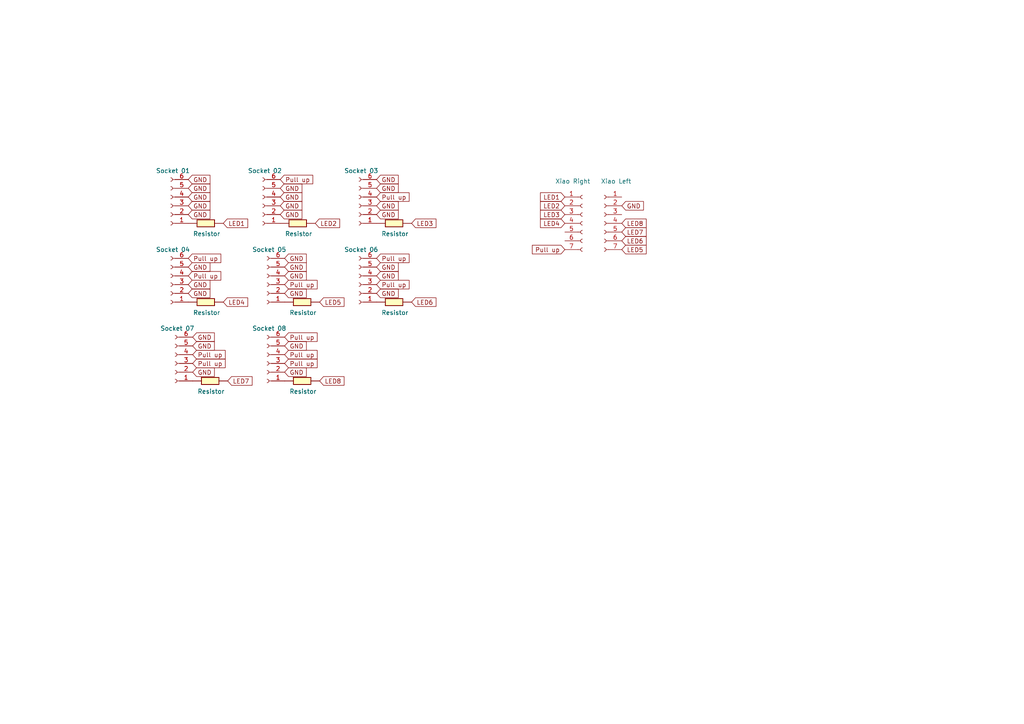
<source format=kicad_sch>
(kicad_sch (version 20250114) (generator "eeschema") (generator_version "9.0")
  (paper "A4")
  (lib_symbols
    (symbol "Connector:Conn_01x06_Socket" (pin_names (offset 1.016) (hide yes))
      (property "Reference" "J" (at 0 7.62 0))
      (property "Value" "Conn_01x06_Socket" (at 0 -10.16 0))
      (symbol "Conn_01x06_Socket_1_1"
        (polyline (pts (xy -1.27 5.08) (xy -0.508 5.08)) (stroke (width 0.1524)))
        (polyline (pts (xy -1.27 2.54) (xy -0.508 2.54)) (stroke (width 0.1524)))
        (polyline (pts (xy -1.27 0) (xy -0.508 0)) (stroke (width 0.1524)))
        (polyline (pts (xy -1.27 -2.54) (xy -0.508 -2.54)) (stroke (width 0.1524)))
        (polyline (pts (xy -1.27 -5.08) (xy -0.508 -5.08)) (stroke (width 0.1524)))
        (polyline (pts (xy -1.27 -7.62) (xy -0.508 -7.62)) (stroke (width 0.1524)))
        (arc (start 0 4.572) (mid -0.5058 5.08) (end 0 5.588) (stroke (width 0.1524)))
        (arc (start 0 2.032) (mid -0.5058 2.54) (end 0 3.048) (stroke (width 0.1524)))
        (arc (start 0 -0.508) (mid -0.5058 0) (end 0 0.508) (stroke (width 0.1524)))
        (arc (start 0 -3.048) (mid -0.5058 -2.54) (end 0 -2.032) (stroke (width 0.1524)))
        (arc (start 0 -5.588) (mid -0.5058 -5.08) (end 0 -4.572) (stroke (width 0.1524)))
        (arc (start 0 -8.128) (mid -0.5058 -7.62) (end 0 -7.112) (stroke (width 0.1524)))
        (pin passive line (at -5.08 5.08 0) (length 3.81) (name "Pin_1") (number "1"))
        (pin passive line (at -5.08 2.54 0) (length 3.81) (name "Pin_2") (number "2"))
        (pin passive line (at -5.08 0 0) (length 3.81) (name "Pin_3") (number "3"))
        (pin passive line (at -5.08 -2.54 0) (length 3.81) (name "Pin_4") (number "4"))
        (pin passive line (at -5.08 -5.08 0) (length 3.81) (name "Pin_5") (number "5"))
        (pin passive line (at -5.08 -7.62 0) (length 3.81) (name "Pin_6") (number "6"))
      )
    )
    (symbol "Connector:Conn_01x07_Socket" (pin_names (offset 1.016) (hide yes))
      (property "Reference" "J" (at 0 10.16 0))
      (property "Value" "Conn_01x07_Socket" (at 0 -10.16 0))
      (symbol "Conn_01x07_Socket_1_1"
        (polyline (pts (xy -1.27 7.62) (xy -0.508 7.62)) (stroke (width 0.1524)))
        (polyline (pts (xy -1.27 5.08) (xy -0.508 5.08)) (stroke (width 0.1524)))
        (polyline (pts (xy -1.27 2.54) (xy -0.508 2.54)) (stroke (width 0.1524)))
        (polyline (pts (xy -1.27 0) (xy -0.508 0)) (stroke (width 0.1524)))
        (polyline (pts (xy -1.27 -2.54) (xy -0.508 -2.54)) (stroke (width 0.1524)))
        (polyline (pts (xy -1.27 -5.08) (xy -0.508 -5.08)) (stroke (width 0.1524)))
        (polyline (pts (xy -1.27 -7.62) (xy -0.508 -7.62)) (stroke (width 0.1524)))
        (arc (start 0 7.112) (mid -0.5058 7.62) (end 0 8.128) (stroke (width 0.1524)))
        (arc (start 0 4.572) (mid -0.5058 5.08) (end 0 5.588) (stroke (width 0.1524)))
        (arc (start 0 2.032) (mid -0.5058 2.54) (end 0 3.048) (stroke (width 0.1524)))
        (arc (start 0 -0.508) (mid -0.5058 0) (end 0 0.508) (stroke (width 0.1524)))
        (arc (start 0 -3.048) (mid -0.5058 -2.54) (end 0 -2.032) (stroke (width 0.1524)))
        (arc (start 0 -5.588) (mid -0.5058 -5.08) (end 0 -4.572) (stroke (width 0.1524)))
        (arc (start 0 -8.128) (mid -0.5058 -7.62) (end 0 -7.112) (stroke (width 0.1524)))
        (pin passive line (at -5.08 7.62 0) (length 3.81) (name "Pin_1") (number "1"))
        (pin passive line (at -5.08 5.08 0) (length 3.81) (name "Pin_2") (number "2"))
        (pin passive line (at -5.08 2.54 0) (length 3.81) (name "Pin_3") (number "3"))
        (pin passive line (at -5.08 0 0) (length 3.81) (name "Pin_4") (number "4"))
        (pin passive line (at -5.08 -2.54 0) (length 3.81) (name "Pin_5") (number "5"))
        (pin passive line (at -5.08 -5.08 0) (length 3.81) (name "Pin_6") (number "6"))
        (pin passive line (at -5.08 -7.62 0) (length 3.81) (name "Pin_7") (number "7"))
      )
    )
    (symbol "fab:R_1206" (pin_numbers (hide yes)) (pin_names (offset 0))
      (property "Reference" "R" (at 2.54 0 90))
      (property "Value" "R_1206" (at -2.54 0 90))
      (symbol "R_1206_0_1"
        (rectangle (start -1.016 -2.54) (end 1.016 2.54) (stroke (width 0.254)) (fill (type background)))
      )
      (symbol "R_1206_1_1"
        (pin passive line (at 0 5.08 270) (length 2.54) (name "~") (number "1"))
        (pin passive line (at 0 -5.08 90) (length 2.54) (name "~") (number "2"))
      )
    )
  )
  (global_label "Pull up" (shape input) (at 82.55 82.55 0) (property "Intersheetrefs" "${INTERSHEET_REFS}" (effects (hide yes))))
  (global_label "LED5" (shape input) (at 92.71 87.63 0) (property "Intersheetrefs" "${INTERSHEET_REFS}" (effects (hide yes))))
  (global_label "GND" (shape input) (at 55.88 100.33 0) (property "Intersheetrefs" "${INTERSHEET_REFS}" (effects (hide yes))))
  (global_label "GND" (shape input) (at 82.55 77.47 0) (property "Intersheetrefs" "${INTERSHEET_REFS}" (effects (hide yes))))
  (global_label "LED2" (shape input) (at 91.44 64.77 0) (property "Intersheetrefs" "${INTERSHEET_REFS}" (effects (hide yes))))
  (global_label "GND" (shape input) (at 82.55 85.09 0) (property "Intersheetrefs" "${INTERSHEET_REFS}" (effects (hide yes))))
  (global_label "GND" (shape input) (at 55.88 107.95 0) (property "Intersheetrefs" "${INTERSHEET_REFS}" (effects (hide yes))))
  (global_label "Pull up" (shape input) (at 82.55 105.41 0) (property "Intersheetrefs" "${INTERSHEET_REFS}" (effects (hide yes))))
  (global_label "LED7" (shape input) (at 66.04 110.49 0) (property "Intersheetrefs" "${INTERSHEET_REFS}" (effects (hide yes))))
  (global_label "GND" (shape input) (at 81.28 54.61 0) (property "Intersheetrefs" "${INTERSHEET_REFS}" (effects (hide yes))))
  (global_label "LED3" (shape input) (at 119.38 64.77 0) (property "Intersheetrefs" "${INTERSHEET_REFS}" (effects (hide yes))))
  (global_label "Pull up" (shape input) (at 109.22 82.55 0) (property "Intersheetrefs" "${INTERSHEET_REFS}" (effects (hide yes))))
  (global_label "LED7" (shape input) (at 180.34 67.31 0) (property "Intersheetrefs" "${INTERSHEET_REFS}" (effects (hide yes))))
  (global_label "LED1" (shape input) (at 163.83 57.15 180) (property "Intersheetrefs" "${INTERSHEET_REFS}" (effects (hide yes))))
  (global_label "GND" (shape input) (at 54.61 59.69 0) (property "Intersheetrefs" "${INTERSHEET_REFS}" (effects (hide yes))))
  (global_label "GND" (shape input) (at 82.55 80.01 0) (property "Intersheetrefs" "${INTERSHEET_REFS}" (effects (hide yes))))
  (global_label "Pull up" (shape input) (at 82.55 102.87 0) (property "Intersheetrefs" "${INTERSHEET_REFS}" (effects (hide yes))))
  (global_label "Pull up" (shape input) (at 54.61 74.93 0) (property "Intersheetrefs" "${INTERSHEET_REFS}" (effects (hide yes))))
  (global_label "Pull up" (shape input) (at 81.28 52.07 0) (property "Intersheetrefs" "${INTERSHEET_REFS}" (effects (hide yes))))
  (global_label "GND" (shape input) (at 54.61 52.07 0) (property "Intersheetrefs" "${INTERSHEET_REFS}" (effects (hide yes))))
  (global_label "GND" (shape input) (at 109.22 59.69 0) (property "Intersheetrefs" "${INTERSHEET_REFS}" (effects (hide yes))))
  (global_label "Pull up" (shape input) (at 109.22 74.93 0) (property "Intersheetrefs" "${INTERSHEET_REFS}" (effects (hide yes))))
  (global_label "GND" (shape input) (at 81.28 59.69 0) (property "Intersheetrefs" "${INTERSHEET_REFS}" (effects (hide yes))))
  (global_label "Pull up" (shape input) (at 54.61 80.01 0) (property "Intersheetrefs" "${INTERSHEET_REFS}" (effects (hide yes))))
  (global_label "GND" (shape input) (at 81.28 62.23 0) (property "Intersheetrefs" "${INTERSHEET_REFS}" (effects (hide yes))))
  (global_label "GND" (shape input) (at 54.61 85.09 0) (property "Intersheetrefs" "${INTERSHEET_REFS}" (effects (hide yes))))
  (global_label "Pull up" (shape input) (at 109.22 57.15 0) (property "Intersheetrefs" "${INTERSHEET_REFS}" (effects (hide yes))))
  (global_label "GND" (shape input) (at 54.61 82.55 0) (property "Intersheetrefs" "${INTERSHEET_REFS}" (effects (hide yes))))
  (global_label "GND" (shape input) (at 109.22 54.61 0) (property "Intersheetrefs" "${INTERSHEET_REFS}" (effects (hide yes))))
  (global_label "Pull up" (shape input) (at 55.88 105.41 0) (property "Intersheetrefs" "${INTERSHEET_REFS}" (effects (hide yes))))
  (global_label "LED6" (shape input) (at 119.38 87.63 0) (property "Intersheetrefs" "${INTERSHEET_REFS}" (effects (hide yes))))
  (global_label "GND" (shape input) (at 109.22 52.07 0) (property "Intersheetrefs" "${INTERSHEET_REFS}" (effects (hide yes))))
  (global_label "LED4" (shape input) (at 163.83 64.77 180) (property "Intersheetrefs" "${INTERSHEET_REFS}" (effects (hide yes))))
  (global_label "LED6" (shape input) (at 180.34 69.85 0) (property "Intersheetrefs" "${INTERSHEET_REFS}" (effects (hide yes))))
  (global_label "Pull up" (shape input) (at 55.88 102.87 0) (property "Intersheetrefs" "${INTERSHEET_REFS}" (effects (hide yes))))
  (global_label "GND" (shape input) (at 109.22 80.01 0) (property "Intersheetrefs" "${INTERSHEET_REFS}" (effects (hide yes))))
  (global_label "GND" (shape input) (at 54.61 77.47 0) (property "Intersheetrefs" "${INTERSHEET_REFS}" (effects (hide yes))))
  (global_label "GND" (shape input) (at 81.28 57.15 0) (property "Intersheetrefs" "${INTERSHEET_REFS}" (effects (hide yes))))
  (global_label "GND" (shape input) (at 109.22 85.09 0) (property "Intersheetrefs" "${INTERSHEET_REFS}" (effects (hide yes))))
  (global_label "LED5" (shape input) (at 180.34 72.39 0) (property "Intersheetrefs" "${INTERSHEET_REFS}" (effects (hide yes))))
  (global_label "GND" (shape input) (at 109.22 62.23 0) (property "Intersheetrefs" "${INTERSHEET_REFS}" (effects (hide yes))))
  (global_label "GND" (shape input) (at 55.88 97.79 0) (property "Intersheetrefs" "${INTERSHEET_REFS}" (effects (hide yes))))
  (global_label "LED8" (shape input) (at 180.34 64.77 0) (property "Intersheetrefs" "${INTERSHEET_REFS}" (effects (hide yes))))
  (global_label "GND" (shape input) (at 109.22 77.47 0) (property "Intersheetrefs" "${INTERSHEET_REFS}" (effects (hide yes))))
  (global_label "Pull up" (shape input) (at 163.83 72.39 180) (property "Intersheetrefs" "${INTERSHEET_REFS}" (effects (hide yes))))
  (global_label "GND" (shape input) (at 82.55 107.95 0) (property "Intersheetrefs" "${INTERSHEET_REFS}" (effects (hide yes))))
  (global_label "LED1" (shape input) (at 64.77 64.77 0) (property "Intersheetrefs" "${INTERSHEET_REFS}" (effects (hide yes))))
  (global_label "LED3" (shape input) (at 163.83 62.23 180) (property "Intersheetrefs" "${INTERSHEET_REFS}" (effects (hide yes))))
  (global_label "GND" (shape input) (at 82.55 74.93 0) (property "Intersheetrefs" "${INTERSHEET_REFS}" (effects (hide yes))))
  (global_label "GND" (shape input) (at 82.55 100.33 0) (property "Intersheetrefs" "${INTERSHEET_REFS}" (effects (hide yes))))
  (global_label "GND" (shape input) (at 54.61 57.15 0) (property "Intersheetrefs" "${INTERSHEET_REFS}" (effects (hide yes))))
  (global_label "GND" (shape input) (at 180.34 59.69 0) (property "Intersheetrefs" "${INTERSHEET_REFS}" (effects (hide yes))))
  (global_label "GND" (shape input) (at 54.61 62.23 0) (property "Intersheetrefs" "${INTERSHEET_REFS}" (effects (hide yes))))
  (global_label "GND" (shape input) (at 54.61 54.61 0) (property "Intersheetrefs" "${INTERSHEET_REFS}" (effects (hide yes))))
  (global_label "Pull up" (shape input) (at 82.55 97.79 0) (property "Intersheetrefs" "${INTERSHEET_REFS}" (effects (hide yes))))
  (global_label "LED8" (shape input) (at 92.71 110.49 0) (property "Intersheetrefs" "${INTERSHEET_REFS}" (effects (hide yes))))
  (global_label "LED4" (shape input) (at 64.77 87.63 0) (property "Intersheetrefs" "${INTERSHEET_REFS}" (effects (hide yes))))
  (global_label "LED2" (shape input) (at 163.83 59.69 180) (property "Intersheetrefs" "${INTERSHEET_REFS}" (effects (hide yes))))
  (symbol (lib_id "Connector:Conn_01x06_Socket") (at 50.8 105.41 180) (unit 1)
    (property "Reference" "J7" (effects (hide yes)))
    (property "Value" "Socket 07" (at 51.435 95.25 0))
    (property "Footprint" "Connector_PinSocket_2.54mm:PinSocket_1x06_P2.54mm_Vertical" (effects (hide yes)))
    (property "Description" "Generic connector, single row, 01x06, script generated" (effects (hide yes)))
  )
  (symbol (lib_id "fab:R_1206") (at 86.36 64.77 90) (unit 1)
    (property "Reference" "R7" (effects (hide yes)))
    (property "Value" "Resistor" (at 86.614 67.818 90))
    (property "Footprint" "fab:R_1206" (effects (hide yes)))
    (property "Description" "Resistor" (effects (hide yes)))
  )
  (symbol (lib_id "fab:R_1206") (at 87.63 110.49 90) (unit 1)
    (property "Reference" "R12" (effects (hide yes)))
    (property "Value" "Resistor" (at 87.884 113.538 90))
    (property "Footprint" "fab:R_1206" (effects (hide yes)))
    (property "Description" "Resistor" (effects (hide yes)))
  )
  (symbol (lib_id "Connector:Conn_01x06_Socket") (at 77.47 82.55 180) (unit 1)
    (property "Reference" "J5" (effects (hide yes)))
    (property "Value" "Socket 05" (at 78.105 72.39 0))
    (property "Footprint" "Connector_PinSocket_2.54mm:PinSocket_1x06_P2.54mm_Vertical" (effects (hide yes)))
    (property "Description" "Generic connector, single row, 01x06, script generated" (effects (hide yes)))
  )
  (symbol (lib_id "fab:R_1206") (at 87.63 87.63 90) (unit 1)
    (property "Reference" "R9" (effects (hide yes)))
    (property "Value" "Resistor" (at 87.884 90.678 90))
    (property "Footprint" "fab:R_1206" (effects (hide yes)))
    (property "Description" "Resistor" (effects (hide yes)))
  )
  (symbol (lib_id "Connector:Conn_01x06_Socket") (at 49.53 82.55 180) (unit 1)
    (property "Reference" "J6" (effects (hide yes)))
    (property "Value" "Socket 04" (at 50.165 72.39 0))
    (property "Footprint" "Connector_PinSocket_2.54mm:PinSocket_1x06_P2.54mm_Vertical" (effects (hide yes)))
    (property "Description" "Generic connector, single row, 01x06, script generated" (effects (hide yes)))
  )
  (symbol (lib_id "fab:R_1206") (at 114.3 64.77 90) (unit 1)
    (property "Reference" "R2" (effects (hide yes)))
    (property "Value" "Resistor" (at 114.554 67.818 90))
    (property "Footprint" "fab:R_1206" (effects (hide yes)))
    (property "Description" "Resistor" (effects (hide yes)))
  )
  (symbol (lib_id "fab:R_1206") (at 59.69 64.77 90) (unit 1)
    (property "Reference" "R8" (effects (hide yes)))
    (property "Value" "Resistor" (at 59.944 67.818 90))
    (property "Footprint" "fab:R_1206" (effects (hide yes)))
    (property "Description" "Resistor" (effects (hide yes)))
  )
  (symbol (lib_id "Connector:Conn_01x06_Socket") (at 76.2 59.69 180) (unit 1)
    (property "Reference" "J1" (effects (hide yes)))
    (property "Value" "Socket 02" (at 76.835 49.53 0))
    (property "Footprint" "Connector_PinSocket_2.54mm:PinSocket_1x06_P2.54mm_Vertical" (effects (hide yes)))
    (property "Description" "Generic connector, single row, 01x06, script generated" (effects (hide yes)))
  )
  (symbol (lib_id "Connector:Conn_01x06_Socket") (at 77.47 105.41 180) (unit 1)
    (property "Reference" "J8" (effects (hide yes)))
    (property "Value" "Socket 08" (at 78.105 95.25 0))
    (property "Footprint" "Connector_PinSocket_2.54mm:PinSocket_1x06_P2.54mm_Vertical" (effects (hide yes)))
    (property "Description" "Generic connector, single row, 01x06, script generated" (effects (hide yes)))
  )
  (symbol (lib_id "Connector:Conn_01x06_Socket") (at 104.14 82.55 180) (unit 1)
    (property "Reference" "J4" (effects (hide yes)))
    (property "Value" "Socket 06" (at 104.775 72.39 0))
    (property "Footprint" "Connector_PinSocket_2.54mm:PinSocket_1x06_P2.54mm_Vertical" (effects (hide yes)))
    (property "Description" "Generic connector, single row, 01x06, script generated" (effects (hide yes)))
  )
  (symbol (lib_id "Connector:Conn_01x07_Socket") (at 168.91 64.77 0) (unit 1)
    (property "Reference" "J9" (effects (hide yes)))
    (property "Value" "Xiao Right" (at 161.036 52.578 0) (effects (justify left)))
    (property "Footprint" "Connector_PinSocket_2.54mm:PinSocket_1x07_P2.54mm_Vertical" (effects (hide yes)))
    (property "Description" "Generic connector, single row, 01x07, script generated" (effects (hide yes)))
  )
  (symbol (lib_id "Connector:Conn_01x06_Socket") (at 49.53 59.69 180) (unit 1)
    (property "Reference" "J3" (effects (hide yes)))
    (property "Value" "Socket 01" (at 50.165 49.53 0))
    (property "Footprint" "Connector_PinSocket_2.54mm:PinSocket_1x06_P2.54mm_Vertical" (effects (hide yes)))
    (property "Description" "Generic connector, single row, 01x06, script generated" (effects (hide yes)))
  )
  (symbol (lib_id "Connector:Conn_01x06_Socket") (at 104.14 59.69 180) (unit 1)
    (property "Reference" "J2" (effects (hide yes)))
    (property "Value" "Socket 03" (at 104.775 49.53 0))
    (property "Footprint" "Connector_PinSocket_2.54mm:PinSocket_1x06_P2.54mm_Vertical" (effects (hide yes)))
    (property "Description" "Generic connector, single row, 01x06, script generated" (effects (hide yes)))
  )
  (symbol (lib_id "fab:R_1206") (at 59.69 87.63 90) (unit 1)
    (property "Reference" "R1" (effects (hide yes)))
    (property "Value" "Resistor" (at 59.944 90.678 90))
    (property "Footprint" "fab:R_1206" (effects (hide yes)))
    (property "Description" "Resistor" (effects (hide yes)))
  )
  (symbol (lib_id "fab:R_1206") (at 60.96 110.49 90) (unit 1)
    (property "Reference" "R11" (effects (hide yes)))
    (property "Value" "Resistor" (at 61.214 113.538 90))
    (property "Footprint" "fab:R_1206" (effects (hide yes)))
    (property "Description" "Resistor" (effects (hide yes)))
  )
  (symbol (lib_id "fab:R_1206") (at 114.3 87.63 90) (unit 1)
    (property "Reference" "R10" (effects (hide yes)))
    (property "Value" "Resistor" (at 114.554 90.678 90))
    (property "Footprint" "fab:R_1206" (effects (hide yes)))
    (property "Description" "Resistor" (effects (hide yes)))
  )
  (symbol (lib_id "Connector:Conn_01x07_Socket") (at 175.26 64.77 0) (mirror y) (unit 1)
    (property "Reference" "J10" (effects (hide yes)))
    (property "Value" "Xiao Left" (at 183.134 52.578 0) (effects (justify left)))
    (property "Footprint" "Connector_PinSocket_2.54mm:PinSocket_1x07_P2.54mm_Vertical" (effects (hide yes)))
    (property "Description" "Generic connector, single row, 01x07, script generated" (effects (hide yes)))
  )
)
</source>
